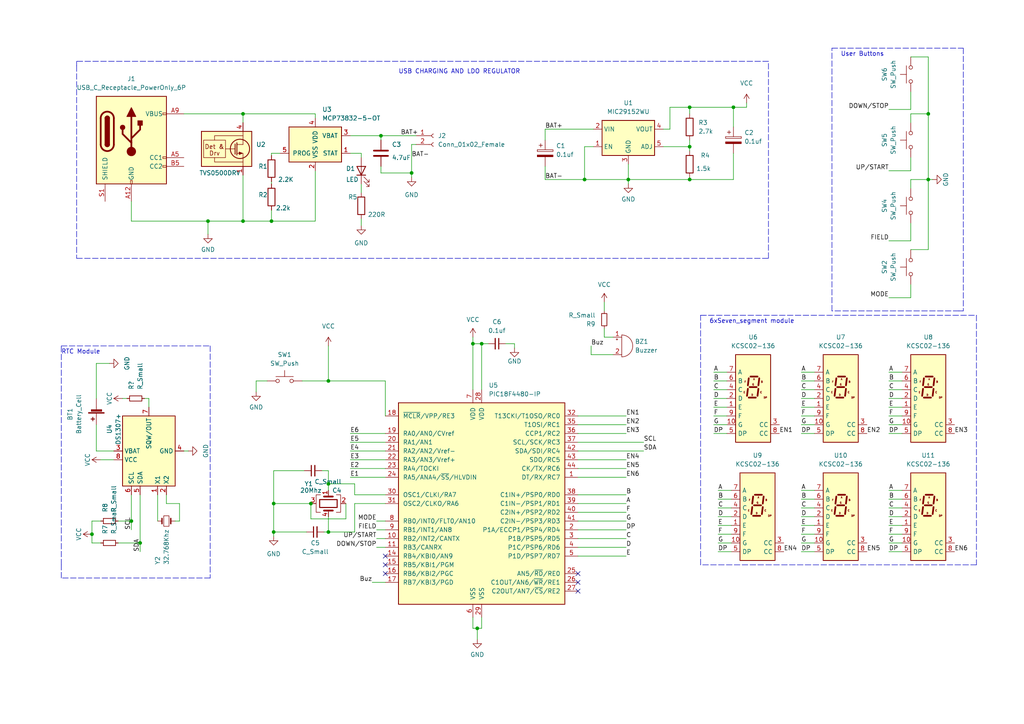
<source format=kicad_sch>
(kicad_sch (version 20211123) (generator eeschema)
  (paper "A4")
  (title_block (title "Handy POMOFOCUS") (date "21/08/2021") (rev "v2.1"))
  (lib_symbols
    (symbol "Battery_Management:MCP73832-5-OT" (pin_names (offset 1.016))
      (property "Reference" "U" (at -7.62 6.35 0))
      (property "Value" "MCP73832-5-OT" (at 1.27 6.35 0))
      (symbol "MCP73832-5-OT_0_1"
        (rectangle (start -7.62 5.08) (end 7.62 -5.08) (stroke (width 0.254)) (fill (type background)))
      )
      (symbol "MCP73832-5-OT_1_1"
        (pin output line (at 10.16 -2.54 180) (length 2.54) (name "STAT") (number "1"))
        (pin power_in line (at 0 -7.62 90) (length 2.54) (name "VSS") (number "2"))
        (pin power_out line (at 10.16 2.54 180) (length 2.54) (name "VBAT") (number "3"))
        (pin power_in line (at 0 7.62 270) (length 2.54) (name "VDD") (number "4"))
        (pin input line (at -10.16 -2.54 0) (length 2.54) (name "PROG") (number "5"))
      )
    )
    (symbol "Connector:Conn_01x02_Female" (pin_names (offset 1.016) hide)
      (property "Reference" "J" (at 0 2.54 0))
      (property "Value" "Conn_01x02_Female" (at 0 -5.08 0))
      (symbol "Conn_01x02_Female_1_1"
        (arc (start 0 -2.032) (mid -0.508 -2.54) (end 0 -3.048) (stroke (width 0.1524)))
        (polyline (pts (xy -1.27 -2.54) (xy -0.508 -2.54)) (stroke (width 0.1524)))
        (polyline (pts (xy -1.27 0) (xy -0.508 0)) (stroke (width 0.1524)))
        (arc (start 0 0.508) (mid -0.508 0) (end 0 -0.508) (stroke (width 0.1524)))
        (pin passive line (at -5.08 0 0) (length 3.81) (name "Pin_1") (number "1"))
        (pin passive line (at -5.08 -2.54 0) (length 3.81) (name "Pin_2") (number "2"))
      )
    )
    (symbol "Connector:USB_C_Receptacle_PowerOnly_6P" (pin_names (offset 1.016))
      (property "Reference" "J" (at 0 16.51 0))
      (property "Value" "USB_C_Receptacle_PowerOnly_6P" (at 0 13.97 0))
      (symbol "USB_C_Receptacle_PowerOnly_6P_0_0"
        (rectangle (start -0.254 -12.7) (end 0.254 -11.684))
        (rectangle (start 10.16 -7.366) (end 9.144 -7.874))
        (rectangle (start 10.16 -4.826) (end 9.144 -5.334))
        (rectangle (start 10.16 7.874) (end 9.144 7.366))
      )
      (symbol "USB_C_Receptacle_PowerOnly_6P_0_1"
        (rectangle (start -10.16 12.7) (end 10.16 -12.7) (stroke (width 0.254)) (fill (type background)))
        (arc (start -8.89 -1.27) (mid -6.985 -3.175) (end -5.08 -1.27) (stroke (width 0.508)))
        (arc (start -7.62 -1.27) (mid -6.985 -1.905) (end -6.35 -1.27) (stroke (width 0.254)))
        (arc (start -7.62 -1.27) (mid -6.985 -1.905) (end -6.35 -1.27) (stroke (width 0.254)) (fill (type outline)))
        (rectangle (start -7.62 -1.27) (end -6.35 6.35) (stroke (width 0.254)) (fill (type outline)))
        (arc (start -6.35 6.35) (mid -6.985 6.985) (end -7.62 6.35) (stroke (width 0.254)))
        (arc (start -6.35 6.35) (mid -6.985 6.985) (end -7.62 6.35) (stroke (width 0.254)) (fill (type outline)))
        (arc (start -5.08 6.35) (mid -6.985 8.255) (end -8.89 6.35) (stroke (width 0.508)))
        (circle (center -2.54 3.683) (radius 0.635) (stroke (width 0.254)) (fill (type outline)))
        (circle (center 0 -3.302) (radius 1.27) (fill (type outline)))
        (polyline (pts (xy -8.89 -1.27) (xy -8.89 6.35)) (stroke (width 0.508)))
        (polyline (pts (xy -5.08 6.35) (xy -5.08 -1.27)) (stroke (width 0.508)))
        (polyline (pts (xy 0 -3.302) (xy 0 6.858)) (stroke (width 0.508)))
        (polyline (pts (xy 0 -0.762) (xy -2.54 1.778) (xy -2.54 3.048)) (stroke (width 0.508)))
        (polyline (pts (xy 0 0.508) (xy 2.54 3.048) (xy 2.54 4.318)) (stroke (width 0.508)))
        (polyline (pts (xy -1.27 6.858) (xy 0 9.398) (xy 1.27 6.858) (xy -1.27 6.858)) (stroke (width 0.254)) (fill (type outline)))
        (rectangle (start 1.905 4.318) (end 3.175 5.588) (stroke (width 0.254)) (fill (type outline)))
      )
      (symbol "USB_C_Receptacle_PowerOnly_6P_1_1"
        (pin passive line (at 0 -17.78 90) (length 5.08) (name "GND") (number "A12"))
        (pin bidirectional line (at 15.24 -5.08 180) (length 5.08) (name "CC1") (number "A5"))
        (pin passive line (at 15.24 7.62 180) (length 5.08) (name "VBUS") (number "A9"))
        (pin passive line (at 0 -17.78 90) (length 5.08) hide (name "GND") (number "B12"))
        (pin bidirectional line (at 15.24 -7.62 180) (length 5.08) (name "CC2") (number "B5"))
        (pin passive line (at 15.24 7.62 180) (length 5.08) hide (name "VBUS") (number "B9"))
        (pin passive line (at -7.62 -17.78 90) (length 5.08) (name "SHIELD") (number "S1"))
      )
    )
    (symbol "Device:Battery_Cell" (pin_numbers hide) (pin_names (offset 0) hide)
      (property "Reference" "BT" (at 2.54 2.54 0))
      (property "Value" "Battery_Cell" (at 2.54 0 0))
      (symbol "Battery_Cell_0_1"
        (rectangle (start -2.286 1.778) (end 2.286 1.524) (fill (type outline)))
        (rectangle (start -1.5748 1.1938) (end 1.4732 0.6858) (fill (type outline)))
        (polyline (pts (xy 0 0.762) (xy 0 0)))
        (polyline (pts (xy 0 1.778) (xy 0 2.54)))
        (polyline (pts (xy 0.508 3.429) (xy 1.524 3.429)) (stroke (width 0.254)))
        (polyline (pts (xy 1.016 3.937) (xy 1.016 2.921)) (stroke (width 0.254)))
      )
      (symbol "Battery_Cell_1_1"
        (pin passive line (at 0 5.08 270) (length 2.54) (name "+") (number "1"))
        (pin passive line (at 0 -2.54 90) (length 2.54) (name "-") (number "2"))
      )
    )
    (symbol "Device:Buzzer" (pin_names (offset 0.0254) hide)
      (property "Reference" "BZ" (at 3.81 1.27 0))
      (property "Value" "Buzzer" (at 3.81 -1.27 0))
      (symbol "Buzzer_0_1"
        (arc (start 0 -3.175) (mid 3.175 0) (end 0 3.175))
        (polyline (pts (xy -1.651 1.905) (xy -1.143 1.905)))
        (polyline (pts (xy -1.397 2.159) (xy -1.397 1.651)))
        (polyline (pts (xy 0 3.175) (xy 0 -3.175)))
      )
      (symbol "Buzzer_1_1"
        (pin passive line (at -2.54 2.54 0) (length 2.54) (name "-") (number "1"))
        (pin passive line (at -2.54 -2.54 0) (length 2.54) (name "+") (number "2"))
      )
    )
    (symbol "Device:C" (pin_numbers hide) (pin_names (offset 0.254))
      (property "Reference" "C" (at 0.635 2.54 0))
      (property "Value" "C" (at 0.635 -2.54 0))
      (symbol "C_0_1"
        (polyline (pts (xy -2.032 -0.762) (xy 2.032 -0.762)) (stroke (width 0.508)))
        (polyline (pts (xy -2.032 0.762) (xy 2.032 0.762)) (stroke (width 0.508)))
      )
      (symbol "C_1_1"
        (pin passive line (at 0 3.81 270) (length 2.794) (name "~") (number "1"))
        (pin passive line (at 0 -3.81 90) (length 2.794) (name "~") (number "2"))
      )
    )
    (symbol "Device:C_Polarized" (pin_numbers hide) (pin_names (offset 0.254))
      (property "Reference" "C" (at 0.635 2.54 0))
      (property "Value" "C_Polarized" (at 0.635 -2.54 0))
      (symbol "C_Polarized_0_1"
        (rectangle (start -2.286 0.508) (end 2.286 1.016))
        (polyline (pts (xy -1.778 2.286) (xy -0.762 2.286)))
        (polyline (pts (xy -1.27 2.794) (xy -1.27 1.778)))
        (rectangle (start 2.286 -0.508) (end -2.286 -1.016) (fill (type outline)))
      )
      (symbol "C_Polarized_1_1"
        (pin passive line (at 0 3.81 270) (length 2.794) (name "~") (number "1"))
        (pin passive line (at 0 -3.81 90) (length 2.794) (name "~") (number "2"))
      )
    )
    (symbol "Device:C_Small" (pin_numbers hide) (pin_names (offset 0.254) hide)
      (property "Reference" "C" (at 0.254 1.778 0))
      (property "Value" "C_Small" (at 0.254 -2.032 0))
      (symbol "C_Small_0_1"
        (polyline (pts (xy -1.524 -0.508) (xy 1.524 -0.508)) (stroke (width 0.3302)))
        (polyline (pts (xy -1.524 0.508) (xy 1.524 0.508)) (stroke (width 0.3048)))
      )
      (symbol "C_Small_1_1"
        (pin passive line (at 0 2.54 270) (length 2.032) (name "~") (number "1"))
        (pin passive line (at 0 -2.54 90) (length 2.032) (name "~") (number "2"))
      )
    )
    (symbol "Device:Crystal_GND23" (pin_names (offset 1.016) hide)
      (property "Reference" "Y" (at 3.175 5.08 0))
      (property "Value" "Crystal_GND23" (at 3.175 3.175 0))
      (symbol "Crystal_GND23_0_1"
        (rectangle (start -1.143 2.54) (end 1.143 -2.54) (stroke (width 0.3048)))
        (polyline (pts (xy -2.54 0) (xy -2.032 0)))
        (polyline (pts (xy -2.032 -1.27) (xy -2.032 1.27)) (stroke (width 0.508)))
        (polyline (pts (xy 0 -3.81) (xy 0 -3.556)))
        (polyline (pts (xy 0 3.556) (xy 0 3.81)))
        (polyline (pts (xy 2.032 -1.27) (xy 2.032 1.27)) (stroke (width 0.508)))
        (polyline (pts (xy 2.032 0) (xy 2.54 0)))
        (polyline (pts (xy -2.54 -2.286) (xy -2.54 -3.556) (xy 2.54 -3.556) (xy 2.54 -2.286)))
        (polyline (pts (xy -2.54 2.286) (xy -2.54 3.556) (xy 2.54 3.556) (xy 2.54 2.286)))
      )
      (symbol "Crystal_GND23_1_1"
        (pin passive line (at -3.81 0 0) (length 1.27) (name "1") (number "1"))
        (pin passive line (at 0 5.08 270) (length 1.27) (name "2") (number "2"))
        (pin passive line (at 0 -5.08 90) (length 1.27) (name "3") (number "3"))
        (pin passive line (at 3.81 0 180) (length 1.27) (name "4") (number "4"))
      )
    )
    (symbol "Device:Crystal_Small" (pin_numbers hide) (pin_names (offset 1.016) hide)
      (property "Reference" "Y" (at 0 2.54 0))
      (property "Value" "Crystal_Small" (at 0 -2.54 0))
      (symbol "Crystal_Small_0_1"
        (rectangle (start -0.762 -1.524) (end 0.762 1.524))
        (polyline (pts (xy -1.27 -0.762) (xy -1.27 0.762)) (stroke (width 0.381)))
        (polyline (pts (xy 1.27 -0.762) (xy 1.27 0.762)) (stroke (width 0.381)))
      )
      (symbol "Crystal_Small_1_1"
        (pin passive line (at -2.54 0 0) (length 1.27) (name "1") (number "1"))
        (pin passive line (at 2.54 0 180) (length 1.27) (name "2") (number "2"))
      )
    )
    (symbol "Device:LED" (pin_numbers hide) (pin_names (offset 1.016) hide)
      (property "Reference" "D" (at 0 2.54 0))
      (property "Value" "LED" (at 0 -2.54 0))
      (symbol "LED_0_1"
        (polyline (pts (xy -1.27 -1.27) (xy -1.27 1.27)) (stroke (width 0.254)))
        (polyline (pts (xy -1.27 0) (xy 1.27 0)))
        (polyline (pts (xy 1.27 -1.27) (xy 1.27 1.27) (xy -1.27 0) (xy 1.27 -1.27)) (stroke (width 0.254)))
        (polyline (pts (xy -3.048 -0.762) (xy -4.572 -2.286) (xy -3.81 -2.286) (xy -4.572 -2.286) (xy -4.572 -1.524)))
        (polyline (pts (xy -1.778 -0.762) (xy -3.302 -2.286) (xy -2.54 -2.286) (xy -3.302 -2.286) (xy -3.302 -1.524)))
      )
      (symbol "LED_1_1"
        (pin passive line (at -3.81 0 0) (length 2.54) (name "K") (number "1"))
        (pin passive line (at 3.81 0 180) (length 2.54) (name "A") (number "2"))
      )
    )
    (symbol "Device:R" (pin_numbers hide) (pin_names (offset 0))
      (property "Reference" "R" (at 2.032 0 90))
      (property "Value" "R" (at 0 0 90))
      (symbol "R_0_1"
        (rectangle (start -1.016 -2.54) (end 1.016 2.54) (stroke (width 0.254)))
      )
      (symbol "R_1_1"
        (pin passive line (at 0 3.81 270) (length 1.27) (name "~") (number "1"))
        (pin passive line (at 0 -3.81 90) (length 1.27) (name "~") (number "2"))
      )
    )
    (symbol "Device:R_Small" (pin_numbers hide) (pin_names (offset 0.254) hide)
      (property "Reference" "R" (at 0.762 0.508 0))
      (property "Value" "R_Small" (at 0.762 -1.016 0))
      (symbol "R_Small_0_1"
        (rectangle (start -0.762 1.778) (end 0.762 -1.778) (stroke (width 0.2032)))
      )
      (symbol "R_Small_1_1"
        (pin passive line (at 0 2.54 270) (length 0.762) (name "~") (number "1"))
        (pin passive line (at 0 -2.54 90) (length 0.762) (name "~") (number "2"))
      )
    )
    (symbol "Display_Character:KCSC02-136" (pin_names (offset 0.635))
      (property "Reference" "U" (at -2.54 13.97 0))
      (property "Value" "KCSC02-136" (at 1.27 13.97 0))
      (symbol "KCSC02-136_0_0"
        (text "A" (at 0.254 5.588 0) (effects (font (size 0.508 0.508))))
        (text "B" (at 2.54 4.826 0) (effects (font (size 0.508 0.508))))
        (text "C" (at 2.286 1.778 0) (effects (font (size 0.508 0.508))))
        (text "D" (at -0.254 1.016 0) (effects (font (size 0.508 0.508))))
        (text "DP" (at 3.556 0.254 0) (effects (font (size 0.508 0.508))))
        (text "E" (at -2.54 1.778 0) (effects (font (size 0.508 0.508))))
        (text "F" (at -2.286 4.826 0) (effects (font (size 0.508 0.508))))
        (text "G" (at 0 4.064 0) (effects (font (size 0.508 0.508))))
      )
      (symbol "KCSC02-136_0_1"
        (rectangle (start -5.08 12.7) (end 5.08 -12.7) (stroke (width 0.254)) (fill (type background)))
        (polyline (pts (xy -1.524 2.794) (xy -1.778 0.762)) (stroke (width 0.508)))
        (polyline (pts (xy -1.27 0.254) (xy 0.762 0.254)) (stroke (width 0.508)))
        (polyline (pts (xy -1.27 5.842) (xy -1.524 3.81)) (stroke (width 0.508)))
        (polyline (pts (xy -1.016 3.302) (xy 1.016 3.302)) (stroke (width 0.508)))
        (polyline (pts (xy -0.762 6.35) (xy 1.27 6.35)) (stroke (width 0.508)))
        (polyline (pts (xy 1.524 2.794) (xy 1.27 0.762)) (stroke (width 0.508)))
        (polyline (pts (xy 1.778 5.842) (xy 1.524 3.81)) (stroke (width 0.508)))
        (polyline (pts (xy 2.54 0.254) (xy 2.54 0.254)) (stroke (width 0.508)))
      )
      (symbol "KCSC02-136_1_1"
        (pin input line (at -7.62 -2.54 0) (length 2.54) (name "E") (number "1"))
        (pin input line (at -7.62 -7.62 0) (length 2.54) (name "G") (number "10"))
        (pin input line (at -7.62 0 0) (length 2.54) (name "D") (number "2"))
        (pin input line (at 7.62 -7.62 180) (length 2.54) (name "CC") (number "3"))
        (pin input line (at -7.62 2.54 0) (length 2.54) (name "C") (number "4"))
        (pin input line (at -7.62 -10.16 0) (length 2.54) (name "DP") (number "5"))
        (pin input line (at -7.62 5.08 0) (length 2.54) (name "B") (number "6"))
        (pin input line (at -7.62 7.62 0) (length 2.54) (name "A") (number "7"))
        (pin input line (at 7.62 -10.16 180) (length 2.54) (name "CC") (number "8"))
        (pin input line (at -7.62 -5.08 0) (length 2.54) (name "F") (number "9"))
      )
    )
    (symbol "Power_Protection:TVS0500DRV" (pin_names (offset 0) hide)
      (property "Reference" "U" (at 2.54 1.27 0))
      (property "Value" "TVS0500DRV" (at 2.54 -1.27 0))
      (symbol "TVS0500DRV_0_0"
        (rectangle (start -11.43 2.54) (end -5.08 -2.54))
        (polyline (pts (xy 0 1.27) (xy -1.778 1.27)))
        (polyline (pts (xy -8.255 -2.54) (xy -8.255 -3.81) (xy 0 -3.81)))
        (polyline (pts (xy -8.255 2.54) (xy -8.255 3.81) (xy 0 3.81)))
        (text "Det &" (at -8.255 0.635 0) (effects (font (size 1.27 1.27))))
        (text "Drv" (at -8.255 -1.27 0) (effects (font (size 1.27 1.27))))
      )
      (symbol "TVS0500DRV_0_1"
        (rectangle (start -12.065 5.08) (end 2.54 -5.08) (stroke (width 0.254)) (fill (type background)))
        (circle (center -0.889 0) (radius 2.794) (stroke (width 0.254)))
        (polyline (pts (xy -2.286 0) (xy -5.08 0)))
        (polyline (pts (xy -2.286 1.397) (xy -2.286 -1.524)) (stroke (width 0.254)))
        (polyline (pts (xy -1.778 1.778) (xy -1.778 -1.778)) (stroke (width 0.254)))
        (polyline (pts (xy 0 -2.54) (xy 0 -5.08)))
        (polyline (pts (xy 0 2.54) (xy 0 1.27)))
        (polyline (pts (xy 0 5.08) (xy 0 2.54)))
        (polyline (pts (xy 0 -2.54) (xy 0 -1.27) (xy -1.778 -1.27)))
        (polyline (pts (xy -0.127 -1.27) (xy -1.143 -1.651) (xy -1.143 -0.889) (xy -0.127 -1.27)) (fill (type outline)))
      )
      (symbol "TVS0500DRV_1_1"
        (pin power_in line (at 0 -7.62 90) (length 2.54) (name "GND") (number "1"))
        (pin power_in line (at 0 -7.62 90) (length 2.54) hide (name "GND") (number "2"))
        (pin power_in line (at 0 -7.62 90) (length 2.54) hide (name "GND") (number "3"))
        (pin passive line (at 0 7.62 270) (length 2.54) (name "IN") (number "4"))
        (pin passive line (at 0 7.62 270) (length 2.54) hide (name "IN") (number "5"))
        (pin passive line (at 0 7.62 270) (length 2.54) hide (name "IN") (number "6"))
        (pin power_in line (at 0 -7.62 90) (length 2.54) hide (name "GND") (number "7"))
      )
    )
    (symbol "Regulator_Linear:MIC29152WU"
      (property "Reference" "U" (at -6.35 6.35 0))
      (property "Value" "MIC29152WU" (at 2.54 6.35 0))
      (symbol "MIC29152WU_1_1"
        (rectangle (start -7.62 5.08) (end 7.62 -5.08) (stroke (width 0.254)) (fill (type background)))
        (pin input line (at -10.16 -2.54 0) (length 2.54) (name "EN") (number "1"))
        (pin power_in line (at -10.16 2.54 0) (length 2.54) (name "VIN") (number "2"))
        (pin power_in line (at 0 -7.62 90) (length 2.54) (name "GND") (number "3"))
        (pin power_out line (at 10.16 2.54 180) (length 2.54) (name "VOUT") (number "4"))
        (pin input line (at 10.16 -2.54 180) (length 2.54) (name "ADJ") (number "5"))
      )
    )
    (symbol "Switch:SW_Push" (pin_numbers hide) (pin_names (offset 1.016) hide)
      (property "Reference" "SW" (at 1.27 2.54 0))
      (property "Value" "SW_Push" (at 0 -1.524 0))
      (symbol "SW_Push_0_1"
        (circle (center -2.032 0) (radius 0.508))
        (polyline (pts (xy 0 1.27) (xy 0 3.048)))
        (polyline (pts (xy 2.54 1.27) (xy -2.54 1.27)))
        (circle (center 2.032 0) (radius 0.508))
        (pin passive line (at -5.08 0 0) (length 2.54) (name "1") (number "1"))
        (pin passive line (at 5.08 0 180) (length 2.54) (name "2") (number "2"))
      )
    )
    (symbol "Timer_RTC:DS1307+"
      (property "Reference" "U" (at -8.89 8.89 0))
      (property "Value" "DS1307+" (at 1.27 8.89 0))
      (symbol "DS1307+_0_1"
        (rectangle (start -10.16 7.62) (end 10.16 -7.62) (stroke (width 0.254)) (fill (type background)))
      )
      (symbol "DS1307+_1_1"
        (pin input line (at -12.7 -2.54 0) (length 2.54) (name "X1") (number "1"))
        (pin input line (at -12.7 -5.08 0) (length 2.54) (name "X2") (number "2"))
        (pin power_in line (at 0 10.16 270) (length 2.54) (name "VBAT") (number "3"))
        (pin power_in line (at 0 -10.16 90) (length 2.54) (name "GND") (number "4"))
        (pin bidirectional line (at -12.7 2.54 0) (length 2.54) (name "SDA") (number "5"))
        (pin input line (at -12.7 5.08 0) (length 2.54) (name "SCL") (number "6"))
        (pin open_collector line (at 12.7 0 180) (length 2.54) (name "SQW/OUT") (number "7"))
        (pin power_in line (at -2.54 10.16 270) (length 2.54) (name "VCC") (number "8"))
      )
    )
    (symbol "pic18f4580tqfp:PIC18F4480-IP" (pin_names (offset 1.27))
      (property "Reference" "U" (at -22.86 30.48 0))
      (property "Value" "PIC18F4480-IP" (at 15.24 -30.48 0))
      (symbol "PIC18F4480-IP_0_1"
        (rectangle (start -24.13 -29.21) (end 24.13 29.21) (stroke (width 0.254)) (fill (type background)))
      )
      (symbol "PIC18F4480-IP_1_1"
        (pin bidirectional line (at 27.94 7.62 180) (length 3.81) (name "DT/RX/RC7") (number "1"))
        (pin bidirectional line (at -27.94 -10.16 0) (length 3.81) (name "RB2/INT2/CANTX") (number "10"))
        (pin bidirectional line (at -27.94 -12.7 0) (length 3.81) (name "RB3/CANRX") (number "11"))
        (pin bidirectional line (at -27.94 -15.24 0) (length 3.81) (name "RB4/KBI0/AN9") (number "14"))
        (pin bidirectional line (at -27.94 -17.78 0) (length 3.81) (name "RB5/KBI1/PGM") (number "15"))
        (pin bidirectional line (at -27.94 -20.32 0) (length 3.81) (name "RB6/KBI2/PGC") (number "16"))
        (pin bidirectional line (at -27.94 -22.86 0) (length 3.81) (name "RB7/KBI3/PGD") (number "17"))
        (pin input line (at -27.94 25.4 0) (length 3.81) (name "~{MCLR}/VPP/RE3") (number "18"))
        (pin bidirectional line (at -27.94 20.32 0) (length 3.81) (name "RA0/AN0/CVref") (number "19"))
        (pin bidirectional line (at 27.94 -7.62 180) (length 3.81) (name "P1A/ECCP1/PSP4/RD4") (number "2"))
        (pin bidirectional line (at -27.94 17.78 0) (length 3.81) (name "RA1/AN1") (number "20"))
        (pin bidirectional line (at -27.94 15.24 0) (length 3.81) (name "RA2/AN2/Vref-") (number "21"))
        (pin bidirectional line (at -27.94 12.7 0) (length 3.81) (name "RA3/AN3/Vref+") (number "22"))
        (pin bidirectional line (at -27.94 10.16 0) (length 3.81) (name "RA4/TOCKI") (number "23"))
        (pin bidirectional line (at -27.94 7.62 0) (length 3.81) (name "RA5/ANA4/~{SS}/HLVDIN") (number "24"))
        (pin bidirectional line (at 27.94 -20.32 180) (length 3.81) (name "AN5/~{RD}/RE0") (number "25"))
        (pin bidirectional line (at 27.94 -22.86 180) (length 3.81) (name "C1OUT/AN6/~{WR}/RE1") (number "26"))
        (pin bidirectional line (at 27.94 -25.4 180) (length 3.81) (name "C2OUT/AN7/~{CS}/RE2") (number "27"))
        (pin power_in line (at 0 33.02 270) (length 3.81) (name "VDD") (number "28"))
        (pin power_in line (at 0 -33.02 90) (length 3.81) (name "VSS") (number "29"))
        (pin bidirectional line (at 27.94 -10.16 180) (length 3.81) (name "P1B/PSP5/RD5") (number "3"))
        (pin input line (at -27.94 2.54 0) (length 3.81) (name "OSC1/CLKI/RA7") (number "30"))
        (pin output line (at -27.94 0 0) (length 3.81) (name "OSC2/CLKO/RA6") (number "31"))
        (pin bidirectional line (at 27.94 25.4 180) (length 3.81) (name "T13CKI/T1OSO/RC0") (number "32"))
        (pin bidirectional line (at 27.94 22.86 180) (length 3.81) (name "T1OSI/RC1") (number "35"))
        (pin bidirectional line (at 27.94 20.32 180) (length 3.81) (name "CCP1/RC2") (number "36"))
        (pin bidirectional line (at 27.94 17.78 180) (length 3.81) (name "SCL/SCK/RC3") (number "37"))
        (pin bidirectional line (at 27.94 2.54 180) (length 3.81) (name "C1IN+/PSP0/RD0") (number "38"))
        (pin bidirectional line (at 27.94 0 180) (length 3.81) (name "C1IN-/PSP1/RD1") (number "39"))
        (pin bidirectional line (at 27.94 -12.7 180) (length 3.81) (name "P1C/PSP6/RD6") (number "4"))
        (pin bidirectional line (at 27.94 -2.54 180) (length 3.81) (name "C2IN+/PSP2/RD2") (number "40"))
        (pin bidirectional line (at 27.94 -5.08 180) (length 3.81) (name "C2IN-/PSP3/RD3") (number "41"))
        (pin bidirectional line (at 27.94 15.24 180) (length 3.81) (name "SDA/SDI/RC4") (number "42"))
        (pin bidirectional line (at 27.94 12.7 180) (length 3.81) (name "SDO/RC5") (number "43"))
        (pin bidirectional line (at 27.94 10.16 180) (length 3.81) (name "CK/TX/RC6") (number "44"))
        (pin bidirectional line (at 27.94 -15.24 180) (length 3.81) (name "P1D/PSP7/RD7") (number "5"))
        (pin power_in line (at -2.54 -33.02 90) (length 3.81) (name "VSS") (number "6"))
        (pin power_in line (at -2.54 33.02 270) (length 3.81) (name "VDD") (number "7"))
        (pin bidirectional line (at -27.94 -5.08 0) (length 3.81) (name "RB0/INT0/FLT0/AN10") (number "8"))
        (pin bidirectional line (at -27.94 -7.62 0) (length 3.81) (name "RB1/INT1/AN8") (number "9"))
      )
    )
    (symbol "power:GND" (power) (pin_names (offset 0))
      (property "Value" "GND" (at 0 -3.81 0))
      (symbol "GND_0_1"
        (polyline (pts (xy 0 0) (xy 0 -1.27) (xy 1.27 -1.27) (xy 0 -2.54) (xy -1.27 -1.27) (xy 0 -1.27)))
      )
      (symbol "GND_1_1"
        (pin power_in line (at 0 0 270) (length 0) hide (name "GND") (number "1"))
      )
    )
    (symbol "power:VCC" (power) (pin_names (offset 0))
      (property "Value" "VCC" (at 0 3.81 0))
      (symbol "VCC_0_1"
        (polyline (pts (xy -0.762 1.27) (xy 0 2.54)))
        (polyline (pts (xy 0 0) (xy 0 2.54)))
        (polyline (pts (xy 0 2.54) (xy 0.762 1.27)))
      )
      (symbol "VCC_1_1"
        (pin power_in line (at 0 0 90) (length 0) hide (name "VCC") (number "1"))
      )
    )
  )
  (junction (at 200.025 42.545))
  (junction (at 90.17 146.05))
  (junction (at 200.025 31.115))
  (junction (at 269.24 33.02))
  (junction (at 110.49 39.37))
  (junction (at 95.25 140.335))
  (junction (at 70.485 33.02))
  (junction (at 212.725 31.115))
  (junction (at 95.25 154.305))
  (junction (at 40.64 157.48))
  (junction (at 182.245 52.07))
  (junction (at 138.43 182.245))
  (junction (at 70.485 64.135))
  (junction (at 200.025 52.07))
  (junction (at 79.375 154.305))
  (junction (at 38.1 151.13))
  (junction (at 137.16 99.695))
  (junction (at 60.325 64.135))
  (junction (at 119.38 50.165))
  (junction (at 95.25 110.49))
  (junction (at 139.7 99.695))
  (junction (at 26.67 154.94))
  (junction (at 78.74 64.135))
  (junction (at 169.545 52.07))
  (junction (at 79.375 146.05))
  (junction (at 269.24 52.07))
  (no_connect (at 167.64 171.45))
  (no_connect (at 111.76 161.29))
  (no_connect (at 111.76 163.83))
  (no_connect (at 111.76 166.37))
  (no_connect (at 167.64 166.37))
  (no_connect (at 167.64 168.91))
  (wire (pts (xy 257.81 69.85) (xy 264.16 69.85)))
  (wire (pts (xy 45.72 151.13) (xy 45.72 143.51)))
  (wire (pts (xy 167.64 123.19) (xy 181.61 123.19)))
  (wire (pts (xy 207.01 107.95) (xy 210.82 107.95)))
  (wire (pts (xy 167.64 156.21) (xy 181.61 156.21)))
  (wire (pts (xy 257.81 149.86) (xy 261.62 149.86)))
  (wire (pts (xy 257.81 154.94) (xy 261.62 154.94)))
  (wire (pts (xy 48.26 146.05) (xy 52.07 146.05)))
  (wire (pts (xy 232.41 152.4) (xy 236.22 152.4)))
  (polyline (pts (xy 241.3 13.97) (xy 279.4 13.97)))
  (wire (pts (xy 167.64 135.89) (xy 181.61 135.89)))
  (wire (pts (xy 79.375 154.305) (xy 88.9 154.305)))
  (wire (pts (xy 194.31 31.115) (xy 200.025 31.115)))
  (wire (pts (xy 257.81 31.75) (xy 264.16 31.75)))
  (wire (pts (xy 192.405 42.545) (xy 200.025 42.545)))
  (wire (pts (xy 109.22 156.21) (xy 111.76 156.21)))
  (wire (pts (xy 52.07 151.13) (xy 50.8 151.13)))
  (wire (pts (xy 232.41 144.78) (xy 236.22 144.78)))
  (wire (pts (xy 104.775 53.34) (xy 104.775 55.88)))
  (wire (pts (xy 95.25 154.305) (xy 93.98 154.305)))
  (wire (pts (xy 264.16 52.07) (xy 269.24 52.07)))
  (wire (pts (xy 208.28 157.48) (xy 212.09 157.48)))
  (wire (pts (xy 232.41 147.32) (xy 236.22 147.32)))
  (wire (pts (xy 207.01 123.19) (xy 210.82 123.19)))
  (wire (pts (xy 79.375 154.305) (xy 79.375 155.575)))
  (wire (pts (xy 138.43 185.42) (xy 138.43 182.245)))
  (wire (pts (xy 200.025 42.545) (xy 200.025 40.64)))
  (wire (pts (xy 101.6 44.45) (xy 104.775 44.45)))
  (wire (pts (xy 182.245 52.07) (xy 182.245 53.34)))
  (wire (pts (xy 29.21 157.48) (xy 26.67 157.48)))
  (wire (pts (xy 110.49 48.26) (xy 110.49 50.165)))
  (wire (pts (xy 78.74 64.135) (xy 91.44 64.135)))
  (wire (pts (xy 207.01 125.73) (xy 210.82 125.73)))
  (wire (pts (xy 208.28 144.78) (xy 212.09 144.78)))
  (wire (pts (xy 208.28 149.86) (xy 212.09 149.86)))
  (wire (pts (xy 111.76 110.49) (xy 111.76 120.65)))
  (wire (pts (xy 264.16 82.55) (xy 264.16 86.36)))
  (wire (pts (xy 264.16 35.56) (xy 264.16 33.02)))
  (wire (pts (xy 208.28 147.32) (xy 212.09 147.32)))
  (wire (pts (xy 78.74 60.96) (xy 78.74 64.135)))
  (wire (pts (xy 167.64 133.35) (xy 181.61 133.35)))
  (polyline (pts (xy 60.96 167.64) (xy 17.78 167.64)))
  (wire (pts (xy 53.34 130.81) (xy 54.61 130.81)))
  (wire (pts (xy 139.7 179.07) (xy 139.7 182.245)))
  (wire (pts (xy 38.1 64.135) (xy 60.325 64.135)))
  (wire (pts (xy 264.16 72.39) (xy 269.24 72.39)))
  (polyline (pts (xy 22.225 19.05) (xy 22.225 74.93)))
  (wire (pts (xy 38.1 153.67) (xy 38.1 151.13)))
  (wire (pts (xy 208.28 152.4) (xy 212.09 152.4)))
  (wire (pts (xy 216.535 29.845) (xy 216.535 31.115)))
  (wire (pts (xy 257.81 142.24) (xy 261.62 142.24)))
  (wire (pts (xy 95.25 140.335) (xy 95.25 136.525)))
  (wire (pts (xy 27.94 105.41) (xy 31.75 105.41)))
  (wire (pts (xy 232.41 118.11) (xy 236.22 118.11)))
  (wire (pts (xy 79.375 146.05) (xy 90.17 146.05)))
  (wire (pts (xy 74.295 113.665) (xy 74.295 110.49)))
  (wire (pts (xy 257.81 160.02) (xy 261.62 160.02)))
  (wire (pts (xy 79.375 146.05) (xy 79.375 136.525)))
  (wire (pts (xy 167.64 161.29) (xy 181.61 161.29)))
  (wire (pts (xy 137.16 182.245) (xy 137.16 179.07)))
  (wire (pts (xy 110.49 39.37) (xy 120.65 39.37)))
  (wire (pts (xy 111.76 168.91) (xy 107.95 168.91)))
  (wire (pts (xy 101.6 135.89) (xy 111.76 135.89)))
  (wire (pts (xy 257.81 110.49) (xy 261.62 110.49)))
  (wire (pts (xy 101.6 133.35) (xy 111.76 133.35)))
  (wire (pts (xy 257.81 115.57) (xy 261.62 115.57)))
  (wire (pts (xy 79.375 136.525) (xy 88.265 136.525)))
  (wire (pts (xy 269.24 52.07) (xy 269.24 33.02)))
  (wire (pts (xy 149.225 99.695) (xy 149.225 100.965)))
  (wire (pts (xy 232.41 157.48) (xy 236.22 157.48)))
  (wire (pts (xy 91.44 49.53) (xy 91.44 64.135)))
  (wire (pts (xy 232.41 113.03) (xy 236.22 113.03)))
  (wire (pts (xy 60.325 67.945) (xy 60.325 64.135)))
  (wire (pts (xy 257.81 152.4) (xy 261.62 152.4)))
  (wire (pts (xy 90.17 150.495) (xy 100.33 150.495)))
  (wire (pts (xy 232.41 120.65) (xy 236.22 120.65)))
  (wire (pts (xy 182.245 52.07) (xy 200.025 52.07)))
  (wire (pts (xy 167.64 153.67) (xy 181.61 153.67)))
  (wire (pts (xy 101.6 138.43) (xy 111.76 138.43)))
  (wire (pts (xy 119.38 41.91) (xy 119.38 50.165)))
  (wire (pts (xy 95.25 136.525) (xy 93.345 136.525)))
  (wire (pts (xy 102.87 154.305) (xy 95.25 154.305)))
  (wire (pts (xy 87.63 110.49) (xy 95.25 110.49)))
  (wire (pts (xy 175.26 97.79) (xy 177.8 97.79)))
  (wire (pts (xy 104.775 44.45) (xy 104.775 45.72)))
  (wire (pts (xy 200.025 31.115) (xy 200.025 33.02)))
  (wire (pts (xy 43.18 118.11) (xy 43.18 115.57)))
  (wire (pts (xy 60.325 64.135) (xy 70.485 64.135)))
  (wire (pts (xy 27.94 130.81) (xy 33.02 130.81)))
  (wire (pts (xy 257.81 118.11) (xy 261.62 118.11)))
  (wire (pts (xy 78.74 45.085) (xy 78.74 44.45)))
  (wire (pts (xy 40.64 160.02) (xy 40.64 157.48)))
  (wire (pts (xy 158.115 37.465) (xy 158.115 40.64)))
  (wire (pts (xy 208.28 154.94) (xy 212.09 154.94)))
  (wire (pts (xy 257.81 49.53) (xy 264.16 49.53)))
  (wire (pts (xy 70.485 50.8) (xy 70.485 64.135)))
  (wire (pts (xy 38.1 64.135) (xy 38.1 58.42)))
  (wire (pts (xy 158.115 48.26) (xy 158.115 52.07)))
  (wire (pts (xy 101.6 128.27) (xy 111.76 128.27)))
  (wire (pts (xy 139.7 99.695) (xy 141.605 99.695)))
  (wire (pts (xy 101.6 130.81) (xy 111.76 130.81)))
  (wire (pts (xy 138.43 182.245) (xy 139.7 182.245)))
  (wire (pts (xy 102.87 146.05) (xy 111.76 146.05)))
  (wire (pts (xy 70.485 33.02) (xy 70.485 35.56)))
  (wire (pts (xy 146.685 99.695) (xy 149.225 99.695)))
  (wire (pts (xy 207.01 120.65) (xy 210.82 120.65)))
  (polyline (pts (xy 203.2 91.44) (xy 207.01 91.44)))
  (wire (pts (xy 167.64 128.27) (xy 186.69 128.27)))
  (wire (pts (xy 48.26 143.51) (xy 48.26 146.05)))
  (wire (pts (xy 109.22 151.13) (xy 111.76 151.13)))
  (wire (pts (xy 95.25 140.335) (xy 102.87 140.335)))
  (polyline (pts (xy 17.78 167.64) (xy 17.78 163.83)))
  (wire (pts (xy 257.81 107.95) (xy 261.62 107.95)))
  (wire (pts (xy 257.81 157.48) (xy 261.62 157.48)))
  (wire (pts (xy 167.64 130.81) (xy 186.69 130.81)))
  (polyline (pts (xy 278.13 90.17) (xy 279.4 90.17)))
  (wire (pts (xy 52.07 146.05) (xy 52.07 151.13)))
  (wire (pts (xy 207.01 113.03) (xy 210.82 113.03)))
  (wire (pts (xy 264.16 26.67) (xy 264.16 31.75)))
  (wire (pts (xy 102.87 146.05) (xy 102.87 154.305)))
  (wire (pts (xy 167.64 120.65) (xy 181.61 120.65)))
  (wire (pts (xy 167.64 143.51) (xy 181.61 143.51)))
  (wire (pts (xy 27.94 123.19) (xy 27.94 130.81)))
  (polyline (pts (xy 278.13 90.17) (xy 241.3 90.17)))
  (wire (pts (xy 119.38 50.165) (xy 119.38 51.435)))
  (polyline (pts (xy 283.21 91.44) (xy 283.21 163.83)))
  (wire (pts (xy 212.725 36.83) (xy 212.725 31.115)))
  (wire (pts (xy 194.31 37.465) (xy 194.31 31.115)))
  (wire (pts (xy 167.64 158.75) (xy 181.61 158.75)))
  (polyline (pts (xy 203.2 91.44) (xy 283.21 91.44)))
  (wire (pts (xy 200.025 52.07) (xy 200.025 51.435)))
  (wire (pts (xy 138.43 182.245) (xy 137.16 182.245)))
  (wire (pts (xy 27.94 115.57) (xy 27.94 105.41)))
  (wire (pts (xy 35.56 115.57) (xy 36.83 115.57)))
  (wire (pts (xy 192.405 37.465) (xy 194.31 37.465)))
  (wire (pts (xy 269.24 16.51) (xy 264.16 16.51)))
  (wire (pts (xy 95.25 142.24) (xy 95.25 140.335)))
  (wire (pts (xy 78.74 52.705) (xy 78.74 53.34)))
  (wire (pts (xy 232.41 149.86) (xy 236.22 149.86)))
  (wire (pts (xy 120.65 41.91) (xy 119.38 41.91)))
  (wire (pts (xy 38.1 151.13) (xy 34.29 151.13)))
  (wire (pts (xy 264.16 54.61) (xy 264.16 52.07)))
  (polyline (pts (xy 17.78 163.83) (xy 17.78 100.33)))
  (wire (pts (xy 167.64 148.59) (xy 181.61 148.59)))
  (wire (pts (xy 95.25 149.86) (xy 95.25 154.305)))
  (wire (pts (xy 171.45 100.33) (xy 171.45 102.87)))
  (wire (pts (xy 102.87 143.51) (xy 111.76 143.51)))
  (wire (pts (xy 101.6 125.73) (xy 111.76 125.73)))
  (wire (pts (xy 104.775 63.5) (xy 104.775 65.405)))
  (wire (pts (xy 90.17 146.05) (xy 90.17 150.495)))
  (wire (pts (xy 100.33 150.495) (xy 100.33 146.05)))
  (wire (pts (xy 74.295 110.49) (xy 77.47 110.49)))
  (wire (pts (xy 232.41 154.94) (xy 236.22 154.94)))
  (wire (pts (xy 137.16 97.79) (xy 137.16 99.695)))
  (wire (pts (xy 232.41 142.24) (xy 236.22 142.24)))
  (wire (pts (xy 167.64 138.43) (xy 181.61 138.43)))
  (wire (pts (xy 207.01 115.57) (xy 210.82 115.57)))
  (wire (pts (xy 26.67 151.13) (xy 29.21 151.13)))
  (wire (pts (xy 139.7 99.695) (xy 139.7 113.03)))
  (wire (pts (xy 79.375 146.05) (xy 79.375 154.305)))
  (wire (pts (xy 95.25 110.49) (xy 111.76 110.49)))
  (wire (pts (xy 171.45 102.87) (xy 177.8 102.87)))
  (wire (pts (xy 70.485 33.02) (xy 91.44 33.02)))
  (polyline (pts (xy 60.96 100.33) (xy 60.96 167.64)))
  (wire (pts (xy 257.81 123.19) (xy 261.62 123.19)))
  (wire (pts (xy 95.25 100.33) (xy 95.25 110.49)))
  (wire (pts (xy 257.81 144.78) (xy 261.62 144.78)))
  (wire (pts (xy 200.025 31.115) (xy 212.725 31.115)))
  (wire (pts (xy 110.49 39.37) (xy 110.49 40.64)))
  (polyline (pts (xy 222.885 74.93) (xy 222.885 17.78)))
  (wire (pts (xy 264.16 64.77) (xy 264.16 69.85)))
  (polyline (pts (xy 283.21 163.83) (xy 203.2 163.83)))
  (wire (pts (xy 91.44 34.29) (xy 91.44 33.02)))
  (wire (pts (xy 232.41 115.57) (xy 236.22 115.57)))
  (polyline (pts (xy 22.225 74.93) (xy 222.885 74.93)))
  (wire (pts (xy 137.16 99.695) (xy 139.7 99.695)))
  (wire (pts (xy 207.01 118.11) (xy 210.82 118.11)))
  (wire (pts (xy 172.085 37.465) (xy 158.115 37.465)))
  (wire (pts (xy 257.81 86.36) (xy 264.16 86.36)))
  (wire (pts (xy 70.485 64.135) (xy 78.74 64.135)))
  (wire (pts (xy 109.22 153.67) (xy 111.76 153.67)))
  (polyline (pts (xy 17.78 100.33) (xy 60.96 100.33)))
  (polyline (pts (xy 203.2 163.83) (xy 203.2 91.44)))
  (polyline (pts (xy 279.4 13.97) (xy 279.4 90.17)))
  (wire (pts (xy 78.74 44.45) (xy 81.28 44.45)))
  (wire (pts (xy 269.24 33.02) (xy 269.24 16.51)))
  (wire (pts (xy 172.085 42.545) (xy 169.545 42.545)))
  (wire (pts (xy 137.16 99.695) (xy 137.16 113.03)))
  (wire (pts (xy 257.81 120.65) (xy 261.62 120.65)))
  (wire (pts (xy 175.26 90.17) (xy 175.26 87.63)))
  (wire (pts (xy 26.67 157.48) (xy 26.67 154.94)))
  (wire (pts (xy 109.22 158.75) (xy 111.76 158.75)))
  (wire (pts (xy 182.245 52.07) (xy 182.245 47.625)))
  (wire (pts (xy 232.41 107.95) (xy 236.22 107.95)))
  (wire (pts (xy 232.41 123.19) (xy 236.22 123.19)))
  (wire (pts (xy 269.24 72.39) (xy 269.24 52.07)))
  (polyline (pts (xy 241.3 90.17) (xy 241.3 13.97)))
  (wire (pts (xy 169.545 42.545) (xy 169.545 52.07)))
  (wire (pts (xy 34.29 157.48) (xy 40.64 157.48)))
  (wire (pts (xy 38.1 143.51) (xy 38.1 151.13)))
  (wire (pts (xy 167.64 125.73) (xy 181.61 125.73)))
  (wire (pts (xy 101.6 39.37) (xy 110.49 39.37)))
  (wire (pts (xy 53.34 33.02) (xy 70.485 33.02)))
  (wire (pts (xy 200.025 52.07) (xy 212.725 52.07)))
  (wire (pts (xy 167.64 151.13) (xy 181.61 151.13)))
  (wire (pts (xy 200.025 42.545) (xy 200.025 43.815)))
  (wire (pts (xy 257.81 113.03) (xy 261.62 113.03)))
  (wire (pts (xy 264.16 45.72) (xy 264.16 49.53)))
  (wire (pts (xy 29.21 133.35) (xy 33.02 133.35)))
  (wire (pts (xy 232.41 110.49) (xy 236.22 110.49)))
  (wire (pts (xy 232.41 125.73) (xy 236.22 125.73)))
  (wire (pts (xy 257.81 125.73) (xy 261.62 125.73)))
  (wire (pts (xy 102.87 140.335) (xy 102.87 143.51)))
  (wire (pts (xy 264.16 33.02) (xy 269.24 33.02)))
  (wire (pts (xy 43.18 115.57) (xy 41.91 115.57)))
  (wire (pts (xy 269.24 52.07) (xy 270.51 52.07)))
  (wire (pts (xy 175.26 95.25) (xy 175.26 97.79)))
  (wire (pts (xy 216.535 31.115) (xy 212.725 31.115)))
  (wire (pts (xy 26.67 154.94) (xy 26.67 151.13)))
  (wire (pts (xy 208.28 142.24) (xy 212.09 142.24)))
  (wire (pts (xy 257.81 147.32) (xy 261.62 147.32)))
  (wire (pts (xy 208.28 160.02) (xy 212.09 160.02)))
  (wire (pts (xy 207.01 110.49) (xy 210.82 110.49)))
  (wire (pts (xy 169.545 52.07) (xy 182.245 52.07)))
  (wire (pts (xy 110.49 50.165) (xy 119.38 50.165)))
  (wire (pts (xy 212.725 52.07) (xy 212.725 44.45)))
  (polyline (pts (xy 222.885 17.78) (xy 22.225 17.78)))
  (polyline (pts (xy 22.225 17.78) (xy 22.225 19.05)))
  (wire (pts (xy 167.64 146.05) (xy 181.61 146.05)))
  (wire (pts (xy 40.64 157.48) (xy 40.64 143.51)))
  (wire (pts (xy 158.115 52.07) (xy 169.545 52.07)))
  (wire (pts (xy 232.41 160.02) (xy 236.22 160.02)))
  (text "RTC Module" (at 17.78 102.87 0) (effects (font (size 1.27 1.27)) (justify left bottom)))
  (text "USB CHARGING AND LDO REGULATOR" (at 115.57 21.59 0) (effects (font (size 1.27 1.27)) (justify left bottom)))
  (text "6xSeven_segment module" (at 205.74 93.98 0) (effects (font (size 1.27 1.27)) (justify left bottom)))
  (text "User Buttons" (at 243.84 16.51 0) (effects (font (size 1.27 1.27)) (justify left bottom)))
  (label "SCL" (at 186.69 128.27 0))
  (label "E3" (at 101.6 133.35 0))
  (label "Buz" (at 171.45 100.33 0))
  (label "BAT-" (at 158.115 52.07 0))
  (label "E2" (at 101.6 135.89 0))
  (label "SCL" (at 38.1 153.67 90))
  (label "E6" (at 101.6 125.73 0))
  (label "EN6" (at 181.61 138.43 0))
  (label "DP" (at 207.01 125.73 0))
  (label "B" (at 232.41 110.49 0))
  (label "FIELD" (at 109.22 153.67 180))
  (label "EN6" (at 276.86 160.02 0))
  (label "B" (at 208.28 144.78 0))
  (label "C" (at 207.01 113.03 0))
  (label "DP" (at 232.41 125.73 0))
  (label "F" (at 232.41 154.94 0))
  (label "SDA" (at 40.64 160.02 90))
  (label "D" (at 207.01 115.57 0))
  (label "DP" (at 232.41 160.02 0))
  (label "G" (at 181.61 151.13 0))
  (label "G" (at 257.81 157.48 0))
  (label "A" (at 257.81 107.95 0))
  (label "D" (at 208.28 149.86 0))
  (label "A" (at 208.28 142.24 0))
  (label "A" (at 232.41 107.95 0))
  (label "E4" (at 101.6 130.81 0))
  (label "E" (at 208.28 152.4 0))
  (label "EN5" (at 181.61 135.89 0))
  (label "F" (at 232.41 120.65 0))
  (label "D" (at 232.41 149.86 0))
  (label "G" (at 232.41 157.48 0))
  (label "DP" (at 208.28 160.02 0))
  (label "DOWN{slash}STOP" (at 109.22 158.75 180))
  (label "F" (at 257.81 120.65 0))
  (label "F" (at 207.01 120.65 0))
  (label "C" (at 232.41 147.32 0))
  (label "C" (at 257.81 147.32 0))
  (label "A" (at 257.81 142.24 0))
  (label "E" (at 181.61 161.29 0))
  (label "B" (at 257.81 110.49 0))
  (label "E" (at 232.41 152.4 0))
  (label "G" (at 208.28 157.48 0))
  (label "FIELD" (at 257.81 69.85 180))
  (label "EN5" (at 251.46 160.02 0))
  (label "Buz" (at 107.95 168.91 180))
  (label "E" (at 257.81 152.4 0))
  (label "E1" (at 101.6 138.43 0))
  (label "EN3" (at 276.86 125.73 0))
  (label "F" (at 208.28 154.94 0))
  (label "UP{slash}START" (at 109.22 156.21 180))
  (label "G" (at 232.41 123.19 0))
  (label "B" (at 232.41 144.78 0))
  (label "B" (at 207.01 110.49 0))
  (label "EN1" (at 181.61 120.65 0))
  (label "C" (at 232.41 113.03 0))
  (label "C" (at 208.28 147.32 0))
  (label "F" (at 181.61 148.59 0))
  (label "MODE" (at 109.22 151.13 180))
  (label "EN2" (at 251.46 125.73 0))
  (label "SDA" (at 186.69 130.81 0))
  (label "DP" (at 257.81 125.73 0))
  (label "BAT+" (at 116.205 39.37 0))
  (label "B" (at 257.81 144.78 0))
  (label "D" (at 181.61 158.75 0))
  (label "A" (at 207.01 107.95 0))
  (label "BAT+" (at 158.115 37.465 0))
  (label "EN3" (at 181.61 125.73 0))
  (label "E" (at 257.81 118.11 0))
  (label "A" (at 232.41 142.24 0))
  (label "EN2" (at 181.61 123.19 0))
  (label "MODE" (at 257.81 86.36 180))
  (label "DP" (at 257.81 160.02 0))
  (label "BAT-" (at 119.38 45.72 0))
  (label "D" (at 257.81 115.57 0))
  (label "D" (at 232.41 115.57 0))
  (label "E" (at 207.01 118.11 0))
  (label "EN4" (at 227.33 160.02 0))
  (label "E5" (at 101.6 128.27 0))
  (label "EN1" (at 226.06 125.73 0))
  (label "D" (at 257.81 149.86 0))
  (label "DOWN{slash}STOP" (at 257.81 31.75 180))
  (label "C" (at 181.61 156.21 0))
  (label "G" (at 207.01 123.19 0))
  (label "C" (at 257.81 113.03 0))
  (label "UP{slash}START" (at 257.81 49.53 180))
  (label "G" (at 257.81 123.19 0))
  (label "A" (at 181.61 146.05 0))
  (label "F" (at 257.81 154.94 0))
  (label "DP" (at 181.61 153.67 0))
  (label "EN4" (at 181.61 133.35 0))
  (label "B" (at 181.61 143.51 0))
  (label "E" (at 232.41 118.11 0))
  (symbol (lib_id "Device:R") (at 200.025 47.625 0) (unit 1)
    (property "Reference" "R4" (at 203.2 45.085 0) (effects (justify left)))
    (property "Value" "1.5k" (at 201.93 48.8949 0) (effects (justify left)))
    (property "Footprint" "Resistor_SMD:R_0805_2012Metric" (effects hide))
  )
  (symbol (lib_id "Switch:SW_Push") (at 264.16 40.64 90) (unit 1)
    (property "Reference" "SW5" (at 256.54 40.64 0))
    (property "Value" "SW_Push" (at 259.08 40.64 0))
    (property "Footprint" "Button_Switch_THT:SW_Tactile_SPST_Angled_PTS645Vx39-2LFS" (effects hide))
  )
  (symbol (lib_id "Device:R_Small") (at 39.37 115.57 90) (unit 1)
    (property "Reference" "R?" (at 38.0999 113.03 0) (effects (justify left)))
    (property "Value" "R_Small" (at 40.6399 113.03 0) (effects (justify left)))
    (property "Footprint" "Resistor_SMD:R_0805_2012Metric" (effects hide))
  )
  (symbol (lib_id "Device:C_Polarized") (at 212.725 40.64 0) (unit 1)
    (property "Reference" "C2" (at 215.9 38.4809 0) (effects (justify left)))
    (property "Value" "0.1uf" (at 215.9 41.0209 0) (effects (justify left)))
    (property "Footprint" "Capacitor_SMD:C_0504_1310Metric" (effects hide))
  )
  (symbol (lib_id "Device:R") (at 78.74 48.895 0) (unit 1)
    (property "Reference" "R1" (at 74.93 48.26 0) (effects (justify left)))
    (property "Value" "2.2K" (at 80.645 52.07 0) (effects (justify left)))
    (property "Footprint" "Resistor_SMD:R_0805_2012Metric" (effects hide))
  )
  (symbol (lib_id "power:GND") (at 149.225 100.965 0) (unit 1)
    (property "Reference" "#PWR011" (effects hide))
    (property "Value" "GND" (at 149.225 104.775 0))
  )
  (symbol (lib_id "power:VCC") (at 175.26 87.63 0) (unit 1)
    (property "Reference" "#PWR0105" (effects hide))
    (property "Value" "VCC" (at 175.26 82.55 0))
  )
  (symbol (lib_id "Device:R") (at 78.74 57.15 0) (unit 1)
    (property "Reference" "R2" (at 74.93 56.515 0) (effects (justify left)))
    (property "Value" "2.2k" (at 80.01 60.325 0) (effects (justify left)))
    (property "Footprint" "Resistor_SMD:R_0805_2012Metric" (effects hide))
  )
  (symbol (lib_id "power:GND") (at 182.245 53.34 0) (unit 1)
    (property "Reference" "#PWR02" (effects hide))
    (property "Value" "GND" (at 182.245 57.785 0))
  )
  (symbol (lib_id "Device:R") (at 200.025 36.83 0) (unit 1)
    (property "Reference" "R3" (at 202.565 35.5599 0) (effects (justify left)))
    (property "Value" "2.7k" (at 202.565 38.0999 0) (effects (justify left)))
    (property "Footprint" "Resistor_SMD:R_0805_2012Metric" (effects hide))
  )
  (symbol (lib_id "Switch:SW_Push") (at 82.55 110.49 0) (unit 1)
    (property "Reference" "SW1" (at 82.55 102.87 0))
    (property "Value" "SW_Push" (at 82.55 105.41 0))
    (property "Footprint" "Button_Switch_SMD:SW_SPST_B3U-1000P" (effects hide))
  )
  (symbol (lib_id "Device:R_Small") (at 31.75 151.13 90) (unit 1)
    (property "Reference" "R8" (at 30.4799 148.59 0) (effects (justify left)))
    (property "Value" "R_Small" (at 33.0199 148.59 0) (effects (justify left)))
    (property "Footprint" "Resistor_SMD:R_0805_2012Metric" (effects hide))
  )
  (symbol (lib_id "Device:LED") (at 104.775 49.53 90) (unit 1)
    (property "Reference" "D1" (at 100.33 48.895 90) (effects (justify right)))
    (property "Value" "LED" (at 100.33 52.07 90) (effects (justify right)))
    (property "Footprint" "LED_SMD:LED_1210_3225Metric" (effects hide))
  )
  (symbol (lib_id "power:VCC") (at 29.21 133.35 90) (unit 1)
    (property "Reference" "#PWR0102" (effects hide))
    (property "Value" "VCC" (at 25.4 133.35 0))
  )
  (symbol (lib_id "pic18f4580tqfp:PIC18F4480-IP") (at 139.7 146.05 0) (unit 1)
    (property "Reference" "U5" (at 141.7194 111.76 0) (effects (justify left)))
    (property "Value" "PIC18F4480-IP" (at 141.7194 114.3 0) (effects (justify left)))
    (property "Footprint" "Package_QFP:TQFP-44_10x10mm_P0.8mm" (effects hide))
    (property "Datasheet" "http://ww1.microchip.com/downloads/en/DeviceDoc/39637d.pdf" (effects hide))
  )
  (symbol (lib_id "Power_Protection:TVS0500DRV") (at 70.485 43.18 0) (unit 1)
    (property "Reference" "U2" (at 74.295 41.9099 0) (effects (justify left)))
    (property "Value" "TVS0500DRV" (at 57.785 50.165 0) (effects (justify left)))
    (property "Footprint" "Package_SON:WSON-6-1EP_2x2mm_P0.65mm_EP1x1.6mm" (effects hide))
    (property "Datasheet" "http://www.ti.com/lit/ds/symlink/tvs0500.pdf" (effects hide))
  )
  (symbol (lib_id "Switch:SW_Push") (at 264.16 21.59 90) (unit 1)
    (property "Reference" "SW6" (at 256.54 21.59 0))
    (property "Value" "SW_Push" (at 259.08 21.59 0))
    (property "Footprint" "Button_Switch_THT:SW_Tactile_SPST_Angled_PTS645Vx39-2LFS" (effects hide))
  )
  (symbol (lib_id "power:GND") (at 60.325 67.945 0) (unit 1)
    (property "Reference" "#PWR01" (effects hide))
    (property "Value" "GND" (at 60.325 72.39 0))
  )
  (symbol (lib_id "power:GND") (at 270.51 52.07 90) (unit 1)
    (property "Reference" "#PWR0106" (effects hide))
    (property "Value" "GND" (at 274.32 52.07 0))
  )
  (symbol (lib_id "Device:Battery_Cell") (at 27.94 118.11 180) (unit 1)
    (property "Reference" "BT1" (at 20.32 120.142 90))
    (property "Value" "Battery_Cell" (at 22.86 120.142 90))
    (property "Footprint" "Battery:BatteryHolder_Keystone_3001_1x12mm" (effects hide))
  )
  (symbol (lib_id "Timer_RTC:DS1307+") (at 43.18 130.81 90) (unit 1)
    (property "Reference" "U4" (at 31.75 124.46 0))
    (property "Value" "DS1307+" (at 34.29 124.46 0))
    (property "Footprint" "Package_SO:PowerIntegrations_SO-8" (effects hide))
    (property "Datasheet" "https://datasheets.maximintegrated.com/en/ds/DS1307.pdf" (effects hide))
  )
  (symbol (lib_id "Device:Crystal_GND23") (at 95.25 146.05 270) (unit 1)
    (property "Reference" "Y1" (at 89.535 140.335 90))
    (property "Value" "20Mhz" (at 90.17 142.24 90))
    (property "Footprint" "Crystal:Crystal_SMD_3225-4Pin_3.2x2.5mm" (effects hide))
  )
  (symbol (lib_id "Connector:Conn_01x02_Female") (at 125.73 39.37 0) (unit 1)
    (property "Reference" "J2" (at 127 39.3699 0) (effects (justify left)))
    (property "Value" "Conn_01x02_Female" (at 127 41.9099 0) (effects (justify left)))
    (property "Footprint" "Connector_JST:JST_EH_S2B-EH_1x02_P2.50mm_Horizontal" (effects hide))
  )
  (symbol (lib_id "Device:Buzzer") (at 180.34 100.33 0) (unit 1)
    (property "Reference" "BZ1" (at 184.15 99.0599 0) (effects (justify left)))
    (property "Value" "Buzzer" (at 184.15 101.5999 0) (effects (justify left)))
    (property "Footprint" "Buzzer_Beeper:MagneticBuzzer_Kobitone_254-EMB84Q-RO" (effects hide))
  )
  (symbol (lib_id "Device:C_Small") (at 91.44 154.305 90) (unit 1)
    (property "Reference" "C5" (at 91.44 157.48 90))
    (property "Value" "C_Small" (at 91.44 160.02 90))
    (property "Footprint" "Capacitor_SMD:C_0805_2012Metric" (effects hide))
  )
  (symbol (lib_id "Device:R_Small") (at 31.75 157.48 90) (unit 1)
    (property "Reference" "R7" (at 30.4799 154.94 0) (effects (justify left)))
    (property "Value" "R_Small" (at 33.0199 154.94 0) (effects (justify left)))
    (property "Footprint" "Resistor_SMD:R_0805_2012Metric" (effects hide))
  )
  (symbol (lib_id "Device:C_Polarized") (at 158.115 44.45 0) (unit 1)
    (property "Reference" "C1" (at 161.29 42.2909 0) (effects (justify left)))
    (property "Value" "0.1uf" (at 161.29 44.8309 0) (effects (justify left)))
    (property "Footprint" "Capacitor_SMD:C_0504_1310Metric" (effects hide))
  )
  (symbol (lib_id "Device:C_Small") (at 144.145 99.695 270) (unit 1)
    (property "Reference" "C6" (at 144.1386 93.345 90))
    (property "Value" "0.1uf" (at 144.1386 95.885 90))
    (property "Footprint" "Capacitor_SMD:C_0805_2012Metric" (effects hide))
  )
  (symbol (lib_id "Display_Character:KCSC02-136") (at 243.84 115.57 0) (unit 1)
    (property "Reference" "U7" (at 243.84 97.79 0))
    (property "Value" "KCSC02-136" (at 243.84 100.33 0))
    (property "Footprint" "Display_7Segment:7SEGMENT-LED__HDSM531_HDSM533_SMD" (effects hide))
    (property "Datasheet" "http://www.kingbright.com/attachments/file/psearch/000/00/00/KCSC02-136(Ver.6B).pdf" (effects hide))
  )
  (symbol (lib_id "Device:R") (at 104.775 59.69 0) (unit 1)
    (property "Reference" "R5" (at 100.965 57.15 0) (effects (justify left)))
    (property "Value" "220R" (at 106.68 62.23 0) (effects (justify left)))
    (property "Footprint" "Resistor_SMD:R_0805_2012Metric" (effects hide))
  )
  (symbol (lib_id "Regulator_Linear:MIC29152WU") (at 182.245 40.005 0) (unit 1)
    (property "Reference" "U1" (at 182.245 29.845 0))
    (property "Value" "MIC29152WU" (at 182.245 32.385 0))
    (property "Footprint" "Package_TO_SOT_SMD:TO-252-5_TabPin3" (effects hide))
    (property "Datasheet" "http://ww1.microchip.com/downloads/en/devicedoc/20005685a.pdf" (effects hide))
  )
  (symbol (lib_id "Device:R_Small") (at 175.26 92.71 180) (unit 1)
    (property "Reference" "R9" (at 172.72 93.9801 0) (effects (justify left)))
    (property "Value" "R_Small" (at 172.72 91.4401 0) (effects (justify left)))
    (property "Footprint" "Resistor_SMD:R_0805_2012Metric" (effects hide))
  )
  (symbol (lib_id "Device:C") (at 110.49 44.45 0) (unit 1)
    (property "Reference" "C3" (at 113.665 41.91 0) (effects (justify left)))
    (property "Value" "4.7uF" (at 113.665 45.7199 0) (effects (justify left)))
    (property "Footprint" "Capacitor_SMD:C_0805_2012Metric" (effects hide))
  )
  (symbol (lib_id "power:VCC") (at 216.535 29.845 0) (unit 1)
    (property "Reference" "#PWR03" (effects hide))
    (property "Value" "VCC" (at 216.535 24.13 0))
  )
  (symbol (lib_id "power:VCC") (at 137.16 97.79 0) (unit 1)
    (property "Reference" "#PWR09" (effects hide))
    (property "Value" "VCC" (at 137.16 92.71 0))
  )
  (symbol (lib_id "power:GND") (at 119.38 51.435 0) (unit 1)
    (property "Reference" "#PWR05" (effects hide))
    (property "Value" "GND" (at 119.38 56.515 0))
  )
  (symbol (lib_id "Switch:SW_Push") (at 264.16 77.47 90) (unit 1)
    (property "Reference" "SW2" (at 256.54 77.47 0))
    (property "Value" "SW_Push" (at 259.08 77.47 0))
    (property "Footprint" "Button_Switch_SMD:SW_SPST_B3U-1000P" (effects hide))
  )
  (symbol (lib_id "power:VCC") (at 35.56 115.57 90) (unit 1)
    (property "Reference" "#PWR0107" (effects hide))
    (property "Value" "VCC" (at 31.75 115.57 0))
  )
  (symbol (lib_id "Switch:SW_Push") (at 264.16 59.69 90) (unit 1)
    (property "Reference" "SW4" (at 256.54 59.69 0))
    (property "Value" "SW_Push" (at 259.08 59.69 0))
    (property "Footprint" "Button_Switch_SMD:SW_SPST_B3U-1000P" (effects hide))
  )
  (symbol (lib_id "power:GND") (at 79.375 155.575 0) (unit 1)
    (property "Reference" "#PWR07" (effects hide))
    (property "Value" "GND" (at 79.375 160.655 0))
  )
  (symbol (lib_id "power:GND") (at 54.61 130.81 90) (unit 1)
    (property "Reference" "#PWR0103" (effects hide))
    (property "Value" "GND" (at 59.69 130.81 0))
  )
  (symbol (lib_id "power:VCC") (at 95.25 100.33 0) (unit 1)
    (property "Reference" "#PWR08" (effects hide))
    (property "Value" "VCC" (at 95.25 94.615 0))
  )
  (symbol (lib_id "Battery_Management:MCP73832-5-OT") (at 91.44 41.91 0) (unit 1)
    (property "Reference" "U3" (at 93.4594 31.75 0) (effects (justify left)))
    (property "Value" "MCP73832-5-OT" (at 93.4594 34.29 0) (effects (justify left)))
    (property "Footprint" "Package_TO_SOT_SMD:SOT-23-5" (effects hide))
    (property "Datasheet" "http://ww1.microchip.com/downloads/en/DeviceDoc/20001984g.pdf" (effects hide))
  )
  (symbol (lib_id "Display_Character:KCSC02-136") (at 269.24 149.86 0) (unit 1)
    (property "Reference" "U11" (at 269.24 132.08 0))
    (property "Value" "KCSC02-136" (at 269.24 134.62 0))
    (property "Footprint" "Display_7Segment:7SEGMENT-LED__HDSM531_HDSM533_SMD" (effects hide))
    (property "Datasheet" "http://www.kingbright.com/attachments/file/psearch/000/00/00/KCSC02-136(Ver.6B).pdf" (effects hide))
  )
  (symbol (lib_id "power:VCC") (at 26.67 154.94 90) (unit 1)
    (property "Reference" "#PWR0101" (effects hide))
    (property "Value" "VCC" (at 22.86 154.94 0))
  )
  (symbol (lib_id "Display_Character:KCSC02-136") (at 243.84 149.86 0) (unit 1)
    (property "Reference" "U10" (at 243.84 132.08 0))
    (property "Value" "KCSC02-136" (at 243.84 134.62 0))
    (property "Footprint" "Display_7Segment:7SEGMENT-LED__HDSM531_HDSM533_SMD" (effects hide))
    (property "Datasheet" "http://www.kingbright.com/attachments/file/psearch/000/00/00/KCSC02-136(Ver.6B).pdf" (effects hide))
  )
  (symbol (lib_id "power:GND") (at 31.75 105.41 90) (unit 1)
    (property "Reference" "#PWR0104" (effects hide))
    (property "Value" "GND" (at 36.83 105.41 0))
  )
  (symbol (lib_id "Display_Character:KCSC02-136") (at 218.44 115.57 0) (unit 1)
    (property "Reference" "U6" (at 218.44 97.79 0))
    (property "Value" "KCSC02-136" (at 218.44 100.33 0))
    (property "Footprint" "Display_7Segment:7SEGMENT-LED__HDSM531_HDSM533_SMD" (effects hide))
    (property "Datasheet" "http://www.kingbright.com/attachments/file/psearch/000/00/00/KCSC02-136(Ver.6B).pdf" (effects hide))
  )
  (symbol (lib_id "Device:Crystal_Small") (at 48.26 151.13 180) (unit 1)
    (property "Reference" "Y2" (at 45.72 163.83 90) (effects (justify right)))
    (property "Value" "32.768Khz" (at 48.26 163.83 90) (effects (justify right)))
    (property "Footprint" "Crystal:Crystal_C26-LF_D2.1mm_L6.5mm_Horizontal_1EP_style1" (effects hide))
  )
  (symbol (lib_id "power:GND") (at 104.775 65.405 0) (unit 1)
    (property "Reference" "#PWR04" (effects hide))
    (property "Value" "GND" (at 104.775 70.485 0))
  )
  (symbol (lib_id "Device:C_Small") (at 90.805 136.525 90) (unit 1)
    (property "Reference" "C4" (at 99.06 142.24 90) (effects (justify left)))
    (property "Value" "C_Small" (at 99.06 139.7 90) (effects (justify left)))
    (property "Footprint" "Capacitor_SMD:C_0805_2012Metric" (effects hide))
  )
  (symbol (lib_id "power:GND") (at 74.295 113.665 0) (unit 1)
    (property "Reference" "#PWR06" (effects hide))
    (property "Value" "GND" (at 74.295 118.11 0))
  )
  (symbol (lib_id "Connector:USB_C_Receptacle_PowerOnly_6P") (at 38.1 40.64 0) (unit 1)
    (property "Reference" "J1" (at 38.1 22.86 0))
    (property "Value" "USB_C_Receptacle_PowerOnly_6P" (at 38.1 25.4 0))
    (property "Footprint" "Connector_USB:USB_C_Receptacle_GCT_USB4105-xx-A_16P_TopMnt_Horizontal" (effects hide))
    (property "Datasheet" "https://www.usb.org/sites/default/files/documents/usb_type-c.zip" (effects hide))
  )
  (symbol (lib_id "Display_Character:KCSC02-136") (at 269.24 115.57 0) (unit 1)
    (property "Reference" "U8" (at 269.24 97.79 0))
    (property "Value" "KCSC02-136" (at 269.24 100.33 0))
    (property "Footprint" "Display_7Segment:7SEGMENT-LED__HDSM531_HDSM533_SMD" (effects hide))
    (property "Datasheet" "http://www.kingbright.com/attachments/file/psearch/000/00/00/KCSC02-136(Ver.6B).pdf" (effects hide))
  )
  (symbol (lib_id "Display_Character:KCSC02-136") (at 219.71 149.86 0) (unit 1)
    (property "Reference" "U9" (at 219.71 132.08 0))
    (property "Value" "KCSC02-136" (at 219.71 134.62 0))
    (property "Footprint" "Display_7Segment:7SEGMENT-LED__HDSM531_HDSM533_SMD" (effects hide))
    (property "Datasheet" "http://www.kingbright.com/attachments/file/psearch/000/00/00/KCSC02-136(Ver.6B).pdf" (effects hide))
  )
  (symbol (lib_id "power:GND") (at 138.43 185.42 0) (unit 1)
    (property "Reference" "#PWR010" (effects hide))
    (property "Value" "GND" (at 138.43 189.865 0))
  )
)
</source>
